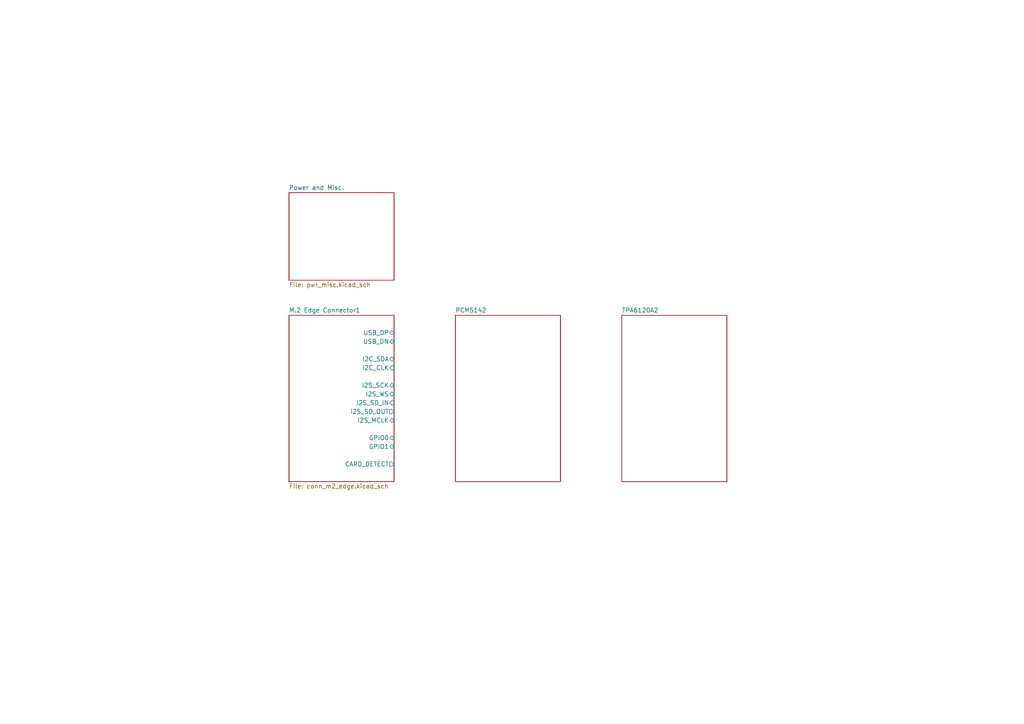
<source format=kicad_sch>
(kicad_sch (version 20230121) (generator eeschema)
  (paper "A4")
  (lib_symbols)
  (sheet (at 132.08 91.44) (size 30.48 48.26) (stroke (width 0.1524))
    (property "Sheetname" "PCM5142" (at 132.08 90.7284 0) (effects (justify left bottom)))
    (property "Sheetfile" "dac_pcm5142.kicad_sch" (effects hide))
  )
  (sheet (at 83.82 91.44) (size 30.48 48.26) (stroke (width 0.1524))
    (property "Sheetname" "M.2 Edge Connector1" (at 83.82 90.7284 0) (effects (justify left bottom)))
    (property "Sheetfile" "conn_m2_edge.kicad_sch" (at 83.82 140.2846 0) (effects (justify left top)))
    (pin "I2C_CLK" input (at 114.3 106.68 0))
    (pin "I2C_SDA" bidirectional (at 114.3 104.14 0))
    (pin "GPIO1" bidirectional (at 114.3 129.54 0))
    (pin "I2S_MCLK" bidirectional (at 114.3 121.92 0))
    (pin "I2S_SD_IN" input (at 114.3 116.84 0))
    (pin "I2S_WS" bidirectional (at 114.3 114.3 0))
    (pin "I2S_SD_OUT" output (at 114.3 119.38 0))
    (pin "GPIO0" bidirectional (at 114.3 127 0))
    (pin "I2S_SCK" bidirectional (at 114.3 111.76 0))
    (pin "USB_DN" bidirectional (at 114.3 99.06 0))
    (pin "USB_DP" bidirectional (at 114.3 96.52 0))
    (pin "CARD_DETECT" output (at 114.3 134.62 0))
  )
  (sheet (at 180.34 91.44) (size 30.48 48.26) (stroke (width 0.1524))
    (property "Sheetname" "TPA6120A2" (at 180.34 90.7284 0) (effects (justify left bottom)))
    (property "Sheetfile" "amp_tpa6120a2.kicad_sch" (effects hide))
  )
  (sheet (at 83.82 55.88) (size 30.48 25.4) (stroke (width 0.1524))
    (property "Sheetname" "Power and Misc." (at 83.82 55.1684 0) (effects (justify left bottom)))
    (property "Sheetfile" "pwr_misc.kicad_sch" (at 83.82 81.8646 0) (effects (justify left top)))
  )
)
</source>
